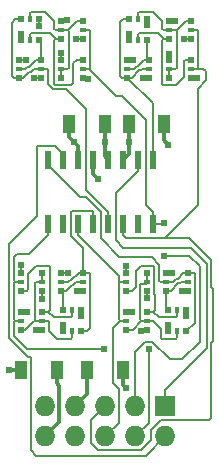
<source format=gtl>
G04 #@! TF.FileFunction,Copper,L1,Top,Signal*
%FSLAX46Y46*%
G04 Gerber Fmt 4.6, Leading zero omitted, Abs format (unit mm)*
G04 Created by KiCad (PCBNEW 4.0.4-stable) date 10/12/16 22:12:16*
%MOMM*%
%LPD*%
G01*
G04 APERTURE LIST*
%ADD10C,0.100000*%
%ADD11R,1.000000X1.600000*%
%ADD12R,1.727200X1.727200*%
%ADD13O,1.727200X1.727200*%
%ADD14R,0.600000X0.600000*%
%ADD15R,0.600000X0.400000*%
%ADD16R,0.400000X0.600000*%
%ADD17R,0.600000X1.500000*%
%ADD18C,0.620000*%
%ADD19C,0.300000*%
%ADD20C,0.200000*%
G04 APERTURE END LIST*
D10*
D11*
X40894000Y-34290000D03*
X37894000Y-34290000D03*
X42926000Y-34290000D03*
X45926000Y-34290000D03*
X39394000Y-55118000D03*
X42394000Y-55118000D03*
X36830000Y-55118000D03*
X33830000Y-55118000D03*
D12*
X45974000Y-58166000D03*
D13*
X45974000Y-60706000D03*
X43434000Y-58166000D03*
X43434000Y-60706000D03*
X40894000Y-58166000D03*
X40894000Y-60706000D03*
X38354000Y-58166000D03*
X38354000Y-60706000D03*
X35814000Y-58166000D03*
X35814000Y-60706000D03*
D14*
X37214400Y-46861600D03*
D15*
X37214400Y-47611600D03*
D14*
X37214400Y-48361600D03*
X39014400Y-48361600D03*
D15*
X39014400Y-47611600D03*
D14*
X39014400Y-46861600D03*
X47904400Y-48361600D03*
D15*
X47904400Y-47611600D03*
D14*
X47904400Y-46861600D03*
X46104400Y-46861600D03*
D15*
X46104400Y-47611600D03*
D14*
X46104400Y-48361600D03*
X37364400Y-51813600D03*
D16*
X38114400Y-51813600D03*
D14*
X38864400Y-51813600D03*
X38864400Y-50013600D03*
D16*
X38114400Y-50013600D03*
D14*
X37364400Y-50013600D03*
X47754400Y-50013600D03*
D16*
X47004400Y-50013600D03*
D14*
X46254400Y-50013600D03*
X46254400Y-51813600D03*
D16*
X47004400Y-51813600D03*
D14*
X47754400Y-51813600D03*
X33796400Y-50151600D03*
D15*
X33796400Y-50901600D03*
D14*
X33796400Y-51651600D03*
X35596400Y-51651600D03*
D15*
X35596400Y-50901600D03*
D14*
X35596400Y-50151600D03*
X44486400Y-51651600D03*
D15*
X44486400Y-50901600D03*
D14*
X44486400Y-50151600D03*
X42686400Y-50151600D03*
D15*
X42686400Y-50901600D03*
D14*
X42686400Y-51651600D03*
X33796400Y-46849600D03*
D15*
X33796400Y-47599600D03*
D14*
X33796400Y-48349600D03*
X35596400Y-48349600D03*
D15*
X35596400Y-47599600D03*
D14*
X35596400Y-46849600D03*
X44486400Y-48361600D03*
D15*
X44486400Y-47611600D03*
D14*
X44486400Y-46861600D03*
X42686400Y-46861600D03*
D15*
X42686400Y-47611600D03*
D14*
X42686400Y-48361600D03*
D17*
X36093400Y-42679600D03*
X37363400Y-42679600D03*
X38633400Y-42679600D03*
X39903400Y-42679600D03*
X41173400Y-42679600D03*
X42443400Y-42679600D03*
X43713400Y-42679600D03*
X44983400Y-42679600D03*
X44983400Y-37279600D03*
X43713400Y-37279600D03*
X42443400Y-37279600D03*
X41173400Y-37279600D03*
X39903400Y-37279600D03*
X38633400Y-37279600D03*
X37363400Y-37279600D03*
X36093400Y-37279600D03*
D14*
X35458400Y-30327600D03*
D15*
X35458400Y-29577600D03*
D14*
X35458400Y-28827600D03*
X33658400Y-28827600D03*
D15*
X33658400Y-29577600D03*
D14*
X33658400Y-30327600D03*
X42802400Y-28827600D03*
D15*
X42802400Y-29577600D03*
D14*
X42802400Y-30327600D03*
X44602400Y-30327600D03*
D15*
X44602400Y-29577600D03*
D14*
X44602400Y-28827600D03*
X35308400Y-25375600D03*
D16*
X34558400Y-25375600D03*
D14*
X33808400Y-25375600D03*
X33808400Y-27175600D03*
D16*
X34558400Y-27175600D03*
D14*
X35308400Y-27175600D03*
X42952400Y-27175600D03*
D16*
X43702400Y-27175600D03*
D14*
X44452400Y-27175600D03*
X44452400Y-25375600D03*
D16*
X43702400Y-25375600D03*
D14*
X42952400Y-25375600D03*
X39014400Y-27025600D03*
D15*
X39014400Y-26275600D03*
D14*
X39014400Y-25525600D03*
X37214400Y-25525600D03*
D15*
X37214400Y-26275600D03*
D14*
X37214400Y-27025600D03*
X46358400Y-25525600D03*
D15*
X46358400Y-26275600D03*
D14*
X46358400Y-27025600D03*
X48158400Y-27025600D03*
D15*
X48158400Y-26275600D03*
D14*
X48158400Y-25525600D03*
X39014400Y-30327600D03*
D15*
X39014400Y-29577600D03*
D14*
X39014400Y-28827600D03*
X37214400Y-28827600D03*
D15*
X37214400Y-29577600D03*
D14*
X37214400Y-30327600D03*
X46358400Y-28827600D03*
D15*
X46358400Y-29577600D03*
D14*
X46358400Y-30327600D03*
X48158400Y-30327600D03*
D15*
X48158400Y-29577600D03*
D14*
X48158400Y-28827600D03*
D18*
X40894000Y-35814000D03*
X46863000Y-25527000D03*
X47625000Y-27051000D03*
X34213800Y-28803600D03*
X34897412Y-30380564D03*
X43986403Y-51764283D03*
X43205400Y-50139600D03*
X38523911Y-48393207D03*
X37769800Y-46849600D03*
X42672000Y-56642000D03*
X32766000Y-55118000D03*
X46278800Y-35991800D03*
X38267200Y-35763200D03*
X40335200Y-38912800D03*
X39474757Y-30400643D03*
X48717200Y-30327600D03*
X46355000Y-28321000D03*
X42951400Y-26619200D03*
X44450000Y-25882600D03*
X37211000Y-28270200D03*
X33807400Y-26593800D03*
X35306000Y-25933400D03*
X42672000Y-46304200D03*
X44500800Y-48945800D03*
X46253400Y-51257200D03*
X47752000Y-50520600D03*
X33807400Y-46228000D03*
X35606409Y-49033630D03*
X37363400Y-51257200D03*
X38862000Y-50546000D03*
X42926000Y-35814000D03*
X44094400Y-30327600D03*
X43295256Y-28811554D03*
X37689722Y-25487593D03*
X38455600Y-27025600D03*
X46616022Y-46833415D03*
X47396400Y-48361600D03*
X35052000Y-51663600D03*
X34340800Y-50139600D03*
X45897800Y-45415200D03*
X45897800Y-42672000D03*
X40792400Y-53289200D03*
X44597601Y-53293999D03*
D19*
X39394000Y-55118000D02*
X39394000Y-57126000D01*
X39394000Y-57126000D02*
X38354000Y-58166000D01*
X40894000Y-35814000D02*
X40894000Y-37000200D01*
X40894000Y-34290000D02*
X40894000Y-35814000D01*
X40894000Y-37000200D02*
X41173400Y-37279600D01*
D20*
X46358400Y-25525600D02*
X46861600Y-25525600D01*
X46861600Y-25525600D02*
X46863000Y-25527000D01*
X48158400Y-27025600D02*
X47650400Y-27025600D01*
X47650400Y-27025600D02*
X47625000Y-27051000D01*
X35458400Y-30327600D02*
X34950376Y-30327600D01*
X34950376Y-30327600D02*
X34897412Y-30380564D01*
X34189800Y-28827600D02*
X34213800Y-28803600D01*
X33658400Y-28827600D02*
X34189800Y-28827600D01*
X44424809Y-51764283D02*
X43986403Y-51764283D01*
X44486400Y-51702692D02*
X44424809Y-51764283D01*
X44486400Y-51651600D02*
X44486400Y-51702692D01*
X42686400Y-50151600D02*
X43193400Y-50151600D01*
X43193400Y-50151600D02*
X43205400Y-50139600D01*
X38652400Y-48349600D02*
X38567518Y-48349600D01*
X37352400Y-46849600D02*
X37769800Y-46849600D01*
X38567518Y-48349600D02*
X38523911Y-48393207D01*
X37884800Y-46849600D02*
X37769800Y-46849600D01*
X38645586Y-48356414D02*
X38645586Y-48384122D01*
X39152400Y-48349600D02*
X38652400Y-48349600D01*
X38652400Y-48349600D02*
X38645586Y-48356414D01*
X37884800Y-46849600D02*
X37896800Y-46837600D01*
D19*
X42394000Y-55118000D02*
X42394000Y-56364000D01*
X42394000Y-56364000D02*
X42672000Y-56642000D01*
X33830000Y-55118000D02*
X32766000Y-55118000D01*
X45926000Y-34290000D02*
X45926000Y-35639000D01*
X45926000Y-35639000D02*
X46278800Y-35991800D01*
X38267200Y-35763200D02*
X38633400Y-36129400D01*
X37894000Y-35390000D02*
X38267200Y-35763200D01*
X37894000Y-34290000D02*
X37894000Y-35390000D01*
X38633400Y-36129400D02*
X38633400Y-36229600D01*
X38633400Y-36229600D02*
X38633400Y-37279600D01*
X39903400Y-37279600D02*
X39903400Y-38481000D01*
X39903400Y-38481000D02*
X40335200Y-38912800D01*
D20*
X39036351Y-30400643D02*
X39474757Y-30400643D01*
X39014400Y-30327600D02*
X39014400Y-30378692D01*
X39014400Y-30378692D02*
X39036351Y-30400643D01*
X48158400Y-30327600D02*
X48717200Y-30327600D01*
X46358400Y-28827600D02*
X46358400Y-28324400D01*
X46358400Y-28324400D02*
X46355000Y-28321000D01*
X42952400Y-27175600D02*
X42952400Y-26620200D01*
X42952400Y-26620200D02*
X42951400Y-26619200D01*
X44452400Y-25375600D02*
X44452400Y-25880200D01*
X44452400Y-25880200D02*
X44450000Y-25882600D01*
X37214400Y-28273600D02*
X37211000Y-28270200D01*
X37214400Y-28827600D02*
X37214400Y-28273600D01*
X33808400Y-27175600D02*
X33808400Y-26594800D01*
X33808400Y-26594800D02*
X33807400Y-26593800D01*
X35308400Y-25375600D02*
X35308400Y-25931000D01*
X35308400Y-25931000D02*
X35306000Y-25933400D01*
X42686400Y-46861600D02*
X42686400Y-46318600D01*
X42686400Y-46318600D02*
X42672000Y-46304200D01*
X44486400Y-48361600D02*
X44486400Y-48931400D01*
X44486400Y-48931400D02*
X44500800Y-48945800D01*
X46254400Y-51813600D02*
X46254400Y-51258200D01*
X46254400Y-51258200D02*
X46253400Y-51257200D01*
X47754400Y-50013600D02*
X47754400Y-50518200D01*
X47754400Y-50518200D02*
X47752000Y-50520600D01*
X33796400Y-46849600D02*
X33796400Y-46239000D01*
X33796400Y-46239000D02*
X33807400Y-46228000D01*
X35596400Y-49023621D02*
X35606409Y-49033630D01*
X35596400Y-48349600D02*
X35596400Y-49023621D01*
X37364400Y-51813600D02*
X37364400Y-51258200D01*
X37364400Y-51258200D02*
X37363400Y-51257200D01*
X38864400Y-50013600D02*
X38864400Y-50543600D01*
X38864400Y-50543600D02*
X38862000Y-50546000D01*
D19*
X36830000Y-55118000D02*
X36830000Y-56218000D01*
X36830000Y-56218000D02*
X37027601Y-56415601D01*
X37027601Y-56415601D02*
X37027601Y-59492399D01*
X37027601Y-59492399D02*
X36677599Y-59842401D01*
X36677599Y-59842401D02*
X35814000Y-60706000D01*
X42926000Y-35814000D02*
X42926000Y-36797000D01*
X42926000Y-34290000D02*
X42926000Y-35814000D01*
X42926000Y-36797000D02*
X42443400Y-37279600D01*
D20*
X42802400Y-28827600D02*
X42818446Y-28811554D01*
X42856850Y-28811554D02*
X43295256Y-28811554D01*
X42818446Y-28811554D02*
X42856850Y-28811554D01*
X44602400Y-30327600D02*
X44094400Y-30327600D01*
X37251316Y-25487593D02*
X37689722Y-25487593D01*
X37214400Y-25524509D02*
X37251316Y-25487593D01*
X37214400Y-25525600D02*
X37214400Y-25524509D01*
X39014400Y-27025600D02*
X38455600Y-27025600D01*
X46616022Y-46849978D02*
X46616022Y-46833415D01*
X47904400Y-48361600D02*
X47396400Y-48361600D01*
X46104400Y-46861600D02*
X46604400Y-46861600D01*
X46604400Y-46861600D02*
X46616022Y-46849978D01*
X35596400Y-51651600D02*
X35064000Y-51651600D01*
X35064000Y-51651600D02*
X35052000Y-51663600D01*
X33796400Y-50151600D02*
X34328800Y-50151600D01*
X34328800Y-50151600D02*
X34340800Y-50139600D01*
X46336206Y-45415200D02*
X45897800Y-45415200D01*
X48031400Y-45415200D02*
X46336206Y-45415200D01*
X48904412Y-46288212D02*
X48031400Y-45415200D01*
X47415409Y-54159191D02*
X48904412Y-52670188D01*
X48904412Y-52670188D02*
X48904412Y-46288212D01*
X46365595Y-54159191D02*
X47415409Y-54159191D01*
X44890402Y-52683998D02*
X46365595Y-54159191D01*
X44304800Y-52683998D02*
X44890402Y-52683998D01*
X43434000Y-53554798D02*
X44304800Y-52683998D01*
X43434000Y-58166000D02*
X43434000Y-53554798D01*
X44983400Y-42679600D02*
X45890200Y-42679600D01*
X45890200Y-42679600D02*
X45897800Y-42672000D01*
X44983400Y-42679600D02*
X44983400Y-41729600D01*
X44983400Y-41729600D02*
X44348400Y-41094600D01*
X44348400Y-41094600D02*
X44348400Y-33872398D01*
X44348400Y-33872398D02*
X42382601Y-31906599D01*
X41843399Y-31906599D02*
X39514400Y-29577600D01*
X42382601Y-31906599D02*
X41843399Y-31906599D01*
X39514400Y-29577600D02*
X39014400Y-29577600D01*
X39514400Y-29577600D02*
X39614401Y-29477599D01*
X39614401Y-26375601D02*
X39514400Y-26275600D01*
X39614401Y-29477599D02*
X39614401Y-26375601D01*
X39514400Y-26275600D02*
X39014400Y-26275600D01*
X35128200Y-36144200D02*
X36678000Y-36144200D01*
X36678000Y-36144200D02*
X37363400Y-36829600D01*
X37363400Y-36829600D02*
X37363400Y-37279600D01*
X35128200Y-42046976D02*
X35128200Y-36144200D01*
X32796388Y-44378788D02*
X35128200Y-42046976D01*
X34409199Y-54017999D02*
X32796388Y-52405188D01*
X32796388Y-52405188D02*
X32796388Y-44378788D01*
X35102800Y-62331600D02*
X34650399Y-61879199D01*
X34650399Y-54098397D02*
X34570001Y-54017999D01*
X34650399Y-61879199D02*
X34650399Y-54098397D01*
X34570001Y-54017999D02*
X34409199Y-54017999D01*
X44348400Y-62331600D02*
X35102800Y-62331600D01*
X45974000Y-60706000D02*
X44348400Y-62331600D01*
X40792400Y-53289200D02*
X34293998Y-53289200D01*
X34293998Y-53289200D02*
X33196399Y-52191601D01*
X33196399Y-52191601D02*
X33196399Y-51001601D01*
X33196399Y-51001601D02*
X33296400Y-50901600D01*
X33296400Y-50901600D02*
X33796400Y-50901600D01*
X43434000Y-60706000D02*
X44597601Y-59542399D01*
X44597601Y-59542399D02*
X44597601Y-53293999D01*
X33426400Y-45288200D02*
X33196399Y-45518201D01*
X33196399Y-45518201D02*
X33196399Y-47499599D01*
X33196399Y-47499599D02*
X33296400Y-47599600D01*
X33296400Y-47599600D02*
X33796400Y-47599600D01*
X34434800Y-45288200D02*
X33426400Y-45288200D01*
X36093400Y-42679600D02*
X36093400Y-43629600D01*
X36093400Y-43629600D02*
X34434800Y-45288200D01*
X33196399Y-47699601D02*
X33296400Y-47599600D01*
X33296400Y-50901600D02*
X33196399Y-50801599D01*
X33196399Y-50801599D02*
X33196399Y-47699601D01*
X41593999Y-51494001D02*
X42186400Y-50901600D01*
X41593999Y-56200410D02*
X41593999Y-51494001D01*
X42057601Y-56664012D02*
X41593999Y-56200410D01*
X42057601Y-59542399D02*
X42057601Y-56664012D01*
X40894000Y-60706000D02*
X42057601Y-59542399D01*
X42186400Y-50901600D02*
X42686400Y-50901600D01*
X38633400Y-42679600D02*
X38633400Y-43629600D01*
X38633400Y-43629600D02*
X42086399Y-47082599D01*
X42086399Y-47082599D02*
X42086399Y-47511599D01*
X42086399Y-47511599D02*
X42186400Y-47611600D01*
X42186400Y-47611600D02*
X42686400Y-47611600D01*
X42186400Y-50901600D02*
X42086399Y-50801599D01*
X42086399Y-50801599D02*
X42086399Y-47711601D01*
X42086399Y-47711601D02*
X42186400Y-47611600D01*
X37998400Y-43738800D02*
X39014400Y-44754800D01*
X39014400Y-44754800D02*
X39014400Y-46861600D01*
X37998400Y-41724598D02*
X37998400Y-43738800D01*
X39903400Y-42679600D02*
X39903400Y-41729600D01*
X39903400Y-41729600D02*
X39803399Y-41629599D01*
X39803399Y-41629599D02*
X38093399Y-41629599D01*
X38093399Y-41629599D02*
X37998400Y-41724598D01*
X39514400Y-46861600D02*
X39014400Y-46861600D01*
X38864400Y-51813600D02*
X39364400Y-51813600D01*
X39364400Y-51813600D02*
X39614401Y-51563599D01*
X39614401Y-46961601D02*
X39514400Y-46861600D01*
X39614401Y-51563599D02*
X39614401Y-46961601D01*
X38672604Y-46849600D02*
X39152400Y-46849600D01*
X38062602Y-47459602D02*
X38672604Y-46849600D01*
X37939894Y-47459602D02*
X38062602Y-47459602D01*
X37799896Y-47599600D02*
X37939894Y-47459602D01*
X37352400Y-47599600D02*
X37799896Y-47599600D01*
X37364400Y-50013600D02*
X37364400Y-48511600D01*
X37364400Y-48511600D02*
X37214400Y-48361600D01*
X38488304Y-47599600D02*
X39152400Y-47599600D01*
X38228291Y-47859613D02*
X38488304Y-47599600D01*
X37615596Y-48349600D02*
X38105583Y-47859613D01*
X38105583Y-47859613D02*
X38228291Y-47859613D01*
X37352400Y-48349600D02*
X37615596Y-48349600D01*
X46104400Y-48361600D02*
X46104400Y-49863600D01*
X46104400Y-49863600D02*
X46254400Y-50013600D01*
X47404400Y-47611600D02*
X47904400Y-47611600D01*
X47264402Y-47751598D02*
X47404400Y-47611600D01*
X47103598Y-47751598D02*
X47264402Y-47751598D01*
X46104400Y-48361600D02*
X46493596Y-48361600D01*
X46493596Y-48361600D02*
X47103598Y-47751598D01*
X48504401Y-51063599D02*
X47754400Y-51813600D01*
X48404400Y-46861600D02*
X48504401Y-46961601D01*
X47904400Y-46861600D02*
X48404400Y-46861600D01*
X48504401Y-46961601D02*
X48504401Y-51063599D01*
X36093400Y-37729600D02*
X36093400Y-37279600D01*
X38775200Y-40411400D02*
X36093400Y-37729600D01*
X40538400Y-43942000D02*
X40538400Y-41660300D01*
X42122298Y-45525898D02*
X40538400Y-43942000D01*
X44856400Y-45525898D02*
X42122298Y-45525898D01*
X39289500Y-40411400D02*
X38775200Y-40411400D01*
X45504399Y-46173897D02*
X44856400Y-45525898D01*
X45504399Y-47511599D02*
X45504399Y-46173897D01*
X46104400Y-47611600D02*
X45604400Y-47611600D01*
X45604400Y-47611600D02*
X45504399Y-47511599D01*
X40538400Y-41660300D02*
X39289500Y-40411400D01*
X46604400Y-47611600D02*
X46104400Y-47611600D01*
X46937909Y-47351587D02*
X46677896Y-47611600D01*
X46677896Y-47611600D02*
X46604400Y-47611600D01*
X47048617Y-47351587D02*
X46937909Y-47351587D01*
X47904400Y-46861600D02*
X47538604Y-46861600D01*
X47538604Y-46861600D02*
X47048617Y-47351587D01*
X34161196Y-51651600D02*
X33796400Y-51651600D01*
X35096400Y-50901600D02*
X34911196Y-50901600D01*
X34911196Y-50901600D02*
X34161196Y-51651600D01*
X35096400Y-50901600D02*
X35596400Y-50901600D01*
X35096400Y-47599600D02*
X34996399Y-47699601D01*
X34996399Y-47699601D02*
X34996399Y-50801599D01*
X34996399Y-50801599D02*
X35096400Y-50901600D01*
X35596400Y-47599600D02*
X35096400Y-47599600D01*
X35596400Y-46849600D02*
X35596400Y-47599600D01*
X38114400Y-51813600D02*
X38114400Y-52313600D01*
X38114400Y-52313600D02*
X38014399Y-52413601D01*
X36824399Y-52413601D02*
X36196401Y-51785603D01*
X36196401Y-51785603D02*
X36196401Y-51001601D01*
X36196401Y-51001601D02*
X36096400Y-50901600D01*
X38014399Y-52413601D02*
X36824399Y-52413601D01*
X36096400Y-50901600D02*
X35596400Y-50901600D01*
X36216411Y-50031589D02*
X36096400Y-50151600D01*
X36216411Y-46329609D02*
X36216411Y-50031589D01*
X36136401Y-46249599D02*
X36216411Y-46329609D01*
X35056399Y-46249599D02*
X36136401Y-46249599D01*
X34396401Y-46909597D02*
X35056399Y-46249599D01*
X33796400Y-48349600D02*
X34296400Y-48349600D01*
X34396401Y-48249599D02*
X34396401Y-46909597D01*
X34296400Y-48349600D02*
X34396401Y-48249599D01*
X36096400Y-50151600D02*
X35596400Y-50151600D01*
X38114400Y-50013600D02*
X38114400Y-50513600D01*
X38114400Y-50513600D02*
X38014399Y-50613601D01*
X38014399Y-50613601D02*
X36558401Y-50613601D01*
X36558401Y-50613601D02*
X36096400Y-50151600D01*
X45110802Y-50027198D02*
X44986400Y-50151600D01*
X45110802Y-48652998D02*
X45110802Y-50027198D01*
X45086401Y-48628597D02*
X45110802Y-48652998D01*
X45086401Y-46321599D02*
X45086401Y-48628597D01*
X43486388Y-46721610D02*
X43954598Y-46253400D01*
X43486388Y-48061612D02*
X43486388Y-46721610D01*
X45018202Y-46253400D02*
X45086401Y-46321599D01*
X43954598Y-46253400D02*
X45018202Y-46253400D01*
X43186400Y-48361600D02*
X43486388Y-48061612D01*
X42686400Y-48361600D02*
X43186400Y-48361600D01*
X47004400Y-50013600D02*
X47004400Y-50513600D01*
X46904399Y-50613601D02*
X45448401Y-50613601D01*
X44986400Y-50151600D02*
X44486400Y-50151600D01*
X47004400Y-50513600D02*
X46904399Y-50613601D01*
X45448401Y-50613601D02*
X44986400Y-50151600D01*
X43886399Y-47821599D02*
X43886399Y-50801599D01*
X44336401Y-47761599D02*
X43946399Y-47761599D01*
X43946399Y-47761599D02*
X43886399Y-47821599D01*
X43886399Y-50801599D02*
X43986400Y-50901600D01*
X44486400Y-47611600D02*
X44336401Y-47761599D01*
X44486400Y-46861600D02*
X44486400Y-47611600D01*
X44486400Y-50901600D02*
X43986400Y-50901600D01*
X43186400Y-51651600D02*
X42686400Y-51651600D01*
X43986400Y-50901600D02*
X43236400Y-51651600D01*
X43236400Y-51651600D02*
X43186400Y-51651600D01*
X44486400Y-50901600D02*
X44986400Y-50901600D01*
X45654399Y-51569599D02*
X45654399Y-52353601D01*
X44986400Y-50901600D02*
X45654399Y-51569599D01*
X45654399Y-52353601D02*
X45714399Y-52413601D01*
X45714399Y-52413601D02*
X46904399Y-52413601D01*
X46904399Y-52413601D02*
X47004400Y-52313600D01*
X47004400Y-52313600D02*
X47004400Y-51813600D01*
X37601412Y-31327612D02*
X36508710Y-31327612D01*
X41173400Y-42679600D02*
X41173400Y-41729600D01*
X36058401Y-30877303D02*
X36058401Y-29677601D01*
X39293800Y-39850000D02*
X39293800Y-33020000D01*
X39293800Y-33020000D02*
X37601412Y-31327612D01*
X41173400Y-41729600D02*
X39293800Y-39850000D01*
X36508710Y-31327612D02*
X36058401Y-30877303D01*
X36058401Y-29677601D02*
X35958400Y-29577600D01*
X35958400Y-29577600D02*
X35458400Y-29577600D01*
X33658400Y-30327600D02*
X33158400Y-30327600D01*
X33158400Y-30327600D02*
X33020000Y-30189200D01*
X33020000Y-30189200D02*
X33020000Y-25664000D01*
X33020000Y-25664000D02*
X33308400Y-25375600D01*
X33308400Y-25375600D02*
X33808400Y-25375600D01*
X33971396Y-30327600D02*
X33658400Y-30327600D01*
X35458400Y-29577600D02*
X34908304Y-29577600D01*
X34485383Y-29813613D02*
X33971396Y-30327600D01*
X34908304Y-29577600D02*
X34672291Y-29813613D01*
X34672291Y-29813613D02*
X34485383Y-29813613D01*
X44983400Y-32508600D02*
X42802400Y-30327600D01*
X44983400Y-37279600D02*
X44983400Y-32508600D01*
X43962402Y-29717598D02*
X44102400Y-29577600D01*
X43801598Y-29717598D02*
X43962402Y-29717598D01*
X42802400Y-30327600D02*
X43191596Y-30327600D01*
X43191596Y-30327600D02*
X43801598Y-29717598D01*
X44102400Y-29577600D02*
X44602400Y-29577600D01*
X42202399Y-25615601D02*
X42442400Y-25375600D01*
X42442400Y-25375600D02*
X42952400Y-25375600D01*
X42802400Y-30327600D02*
X42302400Y-30327600D01*
X42302400Y-30327600D02*
X42202399Y-30227599D01*
X42202399Y-30227599D02*
X42202399Y-25615601D01*
X35458400Y-28827600D02*
X35458400Y-27325600D01*
X35458400Y-27325600D02*
X35308400Y-27175600D01*
X34155696Y-29577600D02*
X33658400Y-29577600D01*
X34319694Y-29413602D02*
X34155696Y-29577600D01*
X35458400Y-28827600D02*
X35092604Y-28827600D01*
X35092604Y-28827600D02*
X34506602Y-29413602D01*
X34506602Y-29413602D02*
X34319694Y-29413602D01*
X44211204Y-28827600D02*
X44602400Y-28827600D01*
X43721217Y-29317587D02*
X44211204Y-28827600D01*
X43635909Y-29317587D02*
X43721217Y-29317587D01*
X43375896Y-29577600D02*
X43635909Y-29317587D01*
X42802400Y-29577600D02*
X43375896Y-29577600D01*
X44452400Y-27175600D02*
X44452400Y-28677600D01*
X44452400Y-28677600D02*
X44602400Y-28827600D01*
X37714400Y-29577600D02*
X37214400Y-29577600D01*
X37821002Y-26382202D02*
X37821002Y-29470998D01*
X37714400Y-26275600D02*
X37821002Y-26382202D01*
X37821002Y-29470998D02*
X37714400Y-29577600D01*
X37214400Y-26275600D02*
X37714400Y-26275600D01*
X37214400Y-30327600D02*
X37214400Y-29577600D01*
X37764400Y-26275600D02*
X37714400Y-26275600D01*
X38514400Y-25525600D02*
X37764400Y-26275600D01*
X39014400Y-25525600D02*
X38514400Y-25525600D01*
X34558400Y-25375600D02*
X34558400Y-24875600D01*
X34558400Y-24875600D02*
X34658401Y-24775599D01*
X35848401Y-24775599D02*
X36614399Y-25541597D01*
X34658401Y-24775599D02*
X35848401Y-24775599D01*
X36614399Y-25541597D02*
X36614399Y-26175599D01*
X36614399Y-26175599D02*
X36714400Y-26275600D01*
X36714400Y-26275600D02*
X37214400Y-26275600D01*
X36575598Y-27164402D02*
X36714400Y-27025600D01*
X36575598Y-28563002D02*
X36575598Y-27164402D01*
X36614399Y-28601803D02*
X36575598Y-28563002D01*
X38514400Y-28827600D02*
X38227000Y-29115000D01*
X36674399Y-30927601D02*
X36614399Y-30867601D01*
X38227000Y-29115000D02*
X38227000Y-30759400D01*
X39014400Y-28827600D02*
X38514400Y-28827600D01*
X38227000Y-30759400D02*
X38058799Y-30927601D01*
X38058799Y-30927601D02*
X36674399Y-30927601D01*
X36614399Y-30867601D02*
X36614399Y-28601803D01*
X34558400Y-27175600D02*
X34558400Y-26675600D01*
X34558400Y-26675600D02*
X34658401Y-26575599D01*
X34658401Y-26575599D02*
X36264399Y-26575599D01*
X36264399Y-26575599D02*
X36714400Y-27025600D01*
X36714400Y-27025600D02*
X37214400Y-27025600D01*
X47558399Y-28927601D02*
X47658400Y-28827600D01*
X45858400Y-27025600D02*
X45719598Y-27164402D01*
X45719598Y-27164402D02*
X45719598Y-30828800D01*
X47558399Y-30267603D02*
X47558399Y-28927601D01*
X45719598Y-30828800D02*
X45818399Y-30927601D01*
X45818399Y-30927601D02*
X46898401Y-30927601D01*
X46898401Y-30927601D02*
X47558399Y-30267603D01*
X47658400Y-28827600D02*
X48158400Y-28827600D01*
X46358400Y-27025600D02*
X45858400Y-27025600D01*
X43702400Y-27175600D02*
X43702400Y-26675600D01*
X45408399Y-26575599D02*
X45858400Y-27025600D01*
X43702400Y-26675600D02*
X43802401Y-26575599D01*
X43802401Y-26575599D02*
X45408399Y-26575599D01*
X47017204Y-26275600D02*
X47767204Y-25525600D01*
X47767204Y-25525600D02*
X48158400Y-25525600D01*
X46858400Y-26275600D02*
X47017204Y-26275600D01*
X46858400Y-29577600D02*
X46358400Y-29577600D01*
X46965002Y-29470998D02*
X46858400Y-29577600D01*
X46965002Y-26382202D02*
X46965002Y-29470998D01*
X46858400Y-26275600D02*
X46965002Y-26382202D01*
X43702400Y-25375600D02*
X43702400Y-24875600D01*
X43702400Y-24875600D02*
X43802401Y-24775599D01*
X43802401Y-24775599D02*
X44992401Y-24775599D01*
X44992401Y-24775599D02*
X45758399Y-25541597D01*
X45758399Y-25541597D02*
X45758399Y-26175599D01*
X45758399Y-26175599D02*
X45858400Y-26275600D01*
X45858400Y-26275600D02*
X46358400Y-26275600D01*
X46358400Y-26275600D02*
X46858400Y-26275600D01*
X46358400Y-29577600D02*
X46358400Y-30327600D01*
X45974000Y-56743600D02*
X45974000Y-57102400D01*
X48158400Y-44729400D02*
X49498211Y-46069211D01*
X42468800Y-44729400D02*
X48158400Y-44729400D01*
X41843399Y-44103999D02*
X42468800Y-44729400D01*
X41843399Y-40099601D02*
X41843399Y-44103999D01*
X49498211Y-46069211D02*
X49498211Y-53219389D01*
X45974000Y-57102400D02*
X45974000Y-58166000D01*
X43713400Y-37279600D02*
X43713400Y-38229600D01*
X43713400Y-38229600D02*
X41843399Y-40099601D01*
X49498211Y-53219389D02*
X45974000Y-56743600D01*
X49911000Y-45770800D02*
X48006000Y-43865800D01*
X50050622Y-48233422D02*
X49911000Y-48093800D01*
X49911000Y-52795000D02*
X50050622Y-52655378D01*
X50050622Y-52655378D02*
X50050622Y-48233422D01*
X49687199Y-59329601D02*
X49911000Y-59105800D01*
X49911000Y-59105800D02*
X49911000Y-52795000D01*
X45628269Y-59329601D02*
X49687199Y-59329601D01*
X48006000Y-43865800D02*
X46024800Y-43865800D01*
X44810399Y-60147471D02*
X45628269Y-59329601D01*
X44810399Y-60999101D02*
X44810399Y-60147471D01*
X43939899Y-61869601D02*
X44810399Y-60999101D01*
X40335471Y-61869601D02*
X43939899Y-61869601D01*
X49911000Y-48093800D02*
X49911000Y-45770800D01*
X39730399Y-61264529D02*
X40335471Y-61869601D01*
X39730399Y-59329601D02*
X39730399Y-61264529D01*
X40894000Y-58166000D02*
X39730399Y-59329601D01*
X42443400Y-42679600D02*
X42443400Y-43629600D01*
X49453800Y-29794200D02*
X49237200Y-29577600D01*
X42443400Y-43629600D02*
X42679600Y-43865800D01*
X42679600Y-43865800D02*
X46024800Y-43865800D01*
X49453800Y-30556200D02*
X49453800Y-29794200D01*
X46024800Y-43865800D02*
X48758401Y-41132199D01*
X48758401Y-41132199D02*
X48758401Y-31251599D01*
X48758401Y-31251599D02*
X49453800Y-30556200D01*
X49237200Y-29577600D02*
X48158400Y-29577600D01*
X48158400Y-26275600D02*
X48658400Y-26275600D01*
X48658400Y-26275600D02*
X48758401Y-26375601D01*
X48758401Y-26375601D02*
X48758401Y-29477599D01*
X48758401Y-29477599D02*
X48658400Y-29577600D01*
X48658400Y-29577600D02*
X48158400Y-29577600D01*
M02*

</source>
